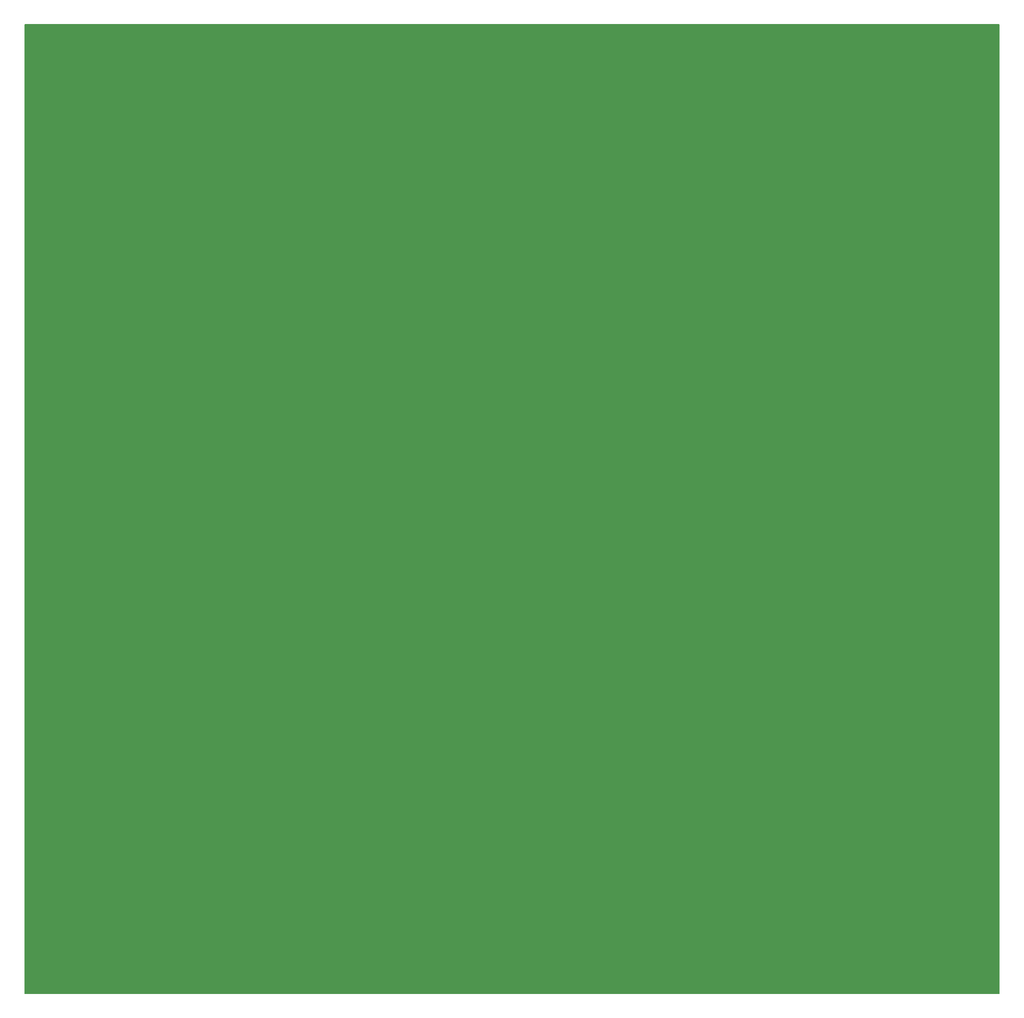
<source format=gbr>
%TF.GenerationSoftware,KiCad,Pcbnew,7.0.9*%
%TF.CreationDate,2024-08-20T19:33:21-06:00*%
%TF.ProjectId,4K layer,344b206c-6179-4657-922e-6b696361645f,rev?*%
%TF.SameCoordinates,Original*%
%TF.FileFunction,Soldermask,Bot*%
%TF.FilePolarity,Negative*%
%FSLAX46Y46*%
G04 Gerber Fmt 4.6, Leading zero omitted, Abs format (unit mm)*
G04 Created by KiCad (PCBNEW 7.0.9) date 2024-08-20 19:33:21*
%MOMM*%
%LPD*%
G01*
G04 APERTURE LIST*
%ADD10C,0.150000*%
%ADD11C,3.450000*%
G04 APERTURE END LIST*
D10*
X-25000000Y17000000D02*
X157000000Y17000000D01*
X157000000Y-164000000D01*
X-25000000Y-164000000D01*
X-25000000Y17000000D01*
G36*
X-25000000Y17000000D02*
G01*
X157000000Y17000000D01*
X157000000Y-164000000D01*
X-25000000Y-164000000D01*
X-25000000Y17000000D01*
G37*
D11*
%TO.C,H4*%
X33379935Y-35607822D03*
%TD*%
%TO.C,H1*%
X101439805Y-35607822D03*
%TD*%
%TO.C,H3*%
X101439805Y-108823467D03*
%TD*%
%TO.C,H2*%
X33379935Y-108823467D03*
%TD*%
M02*

</source>
